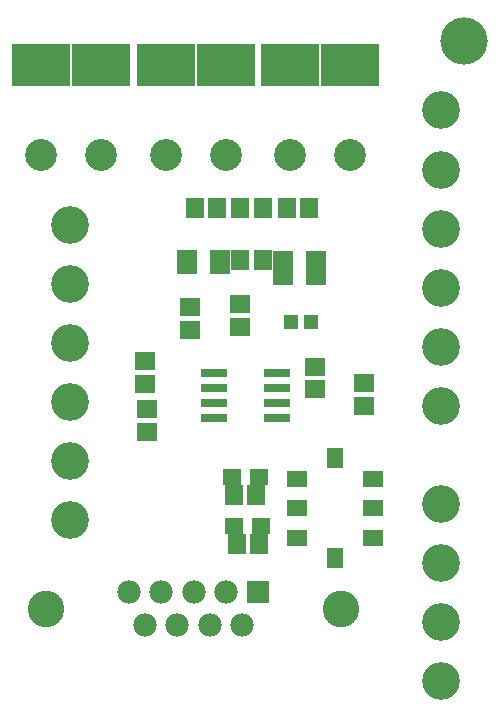
<source format=gts>
G04 DipTrace 2.3.1.0*
%INTopMask.gbr*%
%MOIN*%
%ADD31C,0.1575*%
%ADD32C,0.122*%
%ADD39R,0.0866X0.0315*%
%ADD41C,0.1063*%
%ADD43R,0.1929X0.1429*%
%ADD45R,0.0551X0.0669*%
%ADD47R,0.0669X0.0551*%
%ADD49R,0.0669X0.0591*%
%ADD51C,0.126*%
%ADD53R,0.0779X0.0779*%
%ADD55C,0.0779*%
%ADD57R,0.063X0.0551*%
%ADD59R,0.0709X0.0787*%
%ADD61R,0.0512X0.0472*%
%ADD63R,0.0709X0.1142*%
%ADD65R,0.0591X0.0669*%
%FSLAX44Y44*%
G04*
G70*
G90*
G75*
G01*
%LNTopMask*%
%LPD*%
D65*
X13368Y21155D3*
X14116D3*
X11043D3*
X10295D3*
D63*
X13250Y19162D3*
X14353D3*
D61*
X13503Y17352D3*
X14172D3*
D59*
X11153Y19345D3*
X10050D3*
D57*
X12520Y10560D3*
X11620D3*
X12447Y12187D3*
X11547D3*
D31*
X19287Y26727D3*
D55*
X8643Y7242D3*
X9721D3*
X10800D3*
X11878D3*
X8093Y8362D3*
X9183D3*
X10261D3*
X11340D3*
D53*
X12422Y8366D3*
D32*
X15182Y7802D3*
X5341D3*
D51*
X18512Y9322D3*
Y11291D3*
Y5385D3*
Y7353D3*
X6147Y12712D3*
Y10744D3*
Y20587D3*
Y18618D3*
Y16650D3*
Y14681D3*
X18517Y14561D3*
Y16529D3*
Y18498D3*
Y20467D3*
Y22435D3*
Y24404D3*
D65*
X11823Y21155D3*
X12571D3*
D49*
X10133Y17092D3*
Y17840D3*
X8653Y16042D3*
Y15294D3*
X8693Y13702D3*
Y14450D3*
X11803Y17202D3*
Y17950D3*
X14293Y15855D3*
Y15106D3*
X15940Y14560D3*
Y15308D3*
D65*
X12455Y9947D3*
X11707D3*
X11597Y11577D3*
X12345D3*
X11823Y19405D3*
X12571D3*
D47*
X16257Y12127D3*
Y11143D3*
Y10159D3*
X13698Y12127D3*
Y11143D3*
Y10159D3*
D45*
X14977Y12816D3*
Y9470D3*
D43*
X5171Y25906D3*
X7172D3*
X9328D3*
X11328Y25907D3*
X13484Y25906D3*
X15485D3*
D41*
X11328Y22906D3*
X5171D3*
X7172D3*
X9328Y22905D3*
X13484Y22906D3*
X15485D3*
D39*
X13053Y14162D3*
Y14662D3*
Y15162D3*
Y15662D3*
X10927D3*
Y15162D3*
Y14662D3*
Y14162D3*
M02*

</source>
